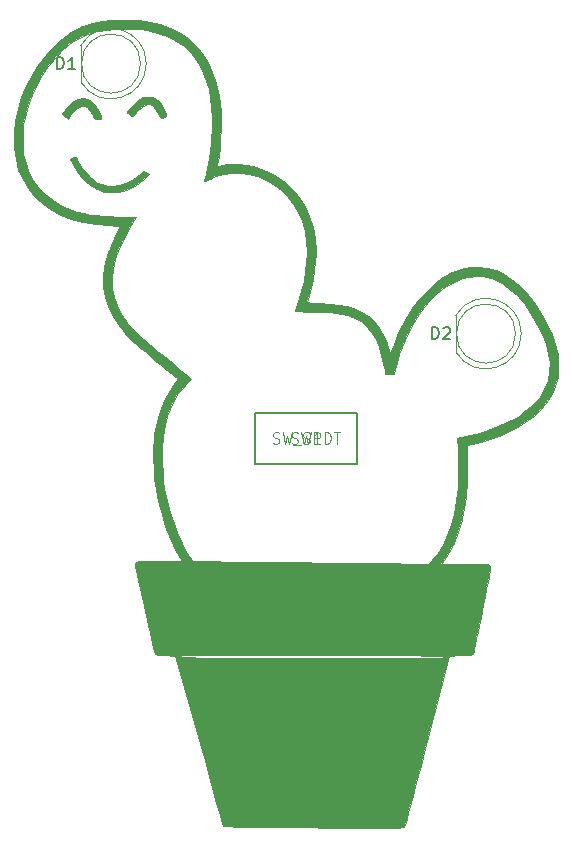
<source format=gto>
G04 #@! TF.GenerationSoftware,KiCad,Pcbnew,5.1.0-unknown-r15133-23086dec*
G04 #@! TF.CreationDate,2019-03-17T23:05:35-07:00*
G04 #@! TF.ProjectId,PricklyPear,50726963-6b6c-4795-9065-61722e6b6963,rev?*
G04 #@! TF.SameCoordinates,Original*
G04 #@! TF.FileFunction,Legend,Top*
G04 #@! TF.FilePolarity,Positive*
%FSLAX46Y46*%
G04 Gerber Fmt 4.6, Leading zero omitted, Abs format (unit mm)*
G04 Created by KiCad (PCBNEW 5.1.0-unknown-r15133-23086dec) date 2019-03-17 23:05:35*
%MOMM*%
%LPD*%
G04 APERTURE LIST*
%ADD10C,0.120000*%
%ADD11C,0.127000*%
%ADD12C,0.010000*%
%ADD13C,0.150000*%
%ADD14C,0.050000*%
G04 APERTURE END LIST*
D10*
X11372000Y65023538D02*
G75*
G03X5822000Y66568830I-2990000J462D01*
G01*
X11372000Y65024462D02*
G75*
G02X5822000Y63479170I-2990000J-462D01*
G01*
X10882000Y65024000D02*
G75*
G03X10882000Y65024000I-2500000J0D01*
G01*
X5822000Y66569000D02*
X5822000Y63479000D01*
X37572000Y43709000D02*
X37572000Y40619000D01*
X42632000Y42164000D02*
G75*
G03X42632000Y42164000I-2500000J0D01*
G01*
X43122000Y42164462D02*
G75*
G02X37572000Y40619170I-2990000J-462D01*
G01*
X43122000Y42163538D02*
G75*
G03X37572000Y43708830I-2990000J462D01*
G01*
D11*
X20592000Y35424000D02*
X29192000Y35424000D01*
X29192000Y35424000D02*
X29192000Y31124000D01*
X29192000Y31124000D02*
X20592000Y31124000D01*
X20592000Y31124000D02*
X20592000Y35424000D01*
D12*
G36*
X11850611Y62185645D02*
G01*
X12196803Y62022841D01*
X12503507Y61743126D01*
X12506350Y61739718D01*
X12632604Y61564263D01*
X12769992Y61336805D01*
X12900668Y61091948D01*
X13006784Y60864297D01*
X13070496Y60688454D01*
X13081000Y60625485D01*
X13023962Y60552143D01*
X12878674Y60490897D01*
X12683872Y60455681D01*
X12598672Y60452000D01*
X12528334Y60505225D01*
X12431942Y60643512D01*
X12347649Y60801989D01*
X12134069Y61178915D01*
X11907342Y61437007D01*
X11670691Y61573145D01*
X11528132Y61595000D01*
X11267076Y61536921D01*
X10983436Y61371007D01*
X10695271Y61109741D01*
X10513118Y60893419D01*
X10378142Y60728703D01*
X10266970Y60614874D01*
X10210597Y60579000D01*
X10122190Y60613738D01*
X9969442Y60703145D01*
X9789100Y60825015D01*
X9723159Y60873569D01*
X9739214Y60933876D01*
X9827836Y61060022D01*
X9969381Y61230517D01*
X10144205Y61423875D01*
X10332662Y61618606D01*
X10515108Y61793222D01*
X10671898Y61926236D01*
X10712717Y61956003D01*
X11094808Y62153886D01*
X11478693Y62229880D01*
X11850611Y62185645D01*
X11850611Y62185645D01*
G37*
X11850611Y62185645D02*
X12196803Y62022841D01*
X12503507Y61743126D01*
X12506350Y61739718D01*
X12632604Y61564263D01*
X12769992Y61336805D01*
X12900668Y61091948D01*
X13006784Y60864297D01*
X13070496Y60688454D01*
X13081000Y60625485D01*
X13023962Y60552143D01*
X12878674Y60490897D01*
X12683872Y60455681D01*
X12598672Y60452000D01*
X12528334Y60505225D01*
X12431942Y60643512D01*
X12347649Y60801989D01*
X12134069Y61178915D01*
X11907342Y61437007D01*
X11670691Y61573145D01*
X11528132Y61595000D01*
X11267076Y61536921D01*
X10983436Y61371007D01*
X10695271Y61109741D01*
X10513118Y60893419D01*
X10378142Y60728703D01*
X10266970Y60614874D01*
X10210597Y60579000D01*
X10122190Y60613738D01*
X9969442Y60703145D01*
X9789100Y60825015D01*
X9723159Y60873569D01*
X9739214Y60933876D01*
X9827836Y61060022D01*
X9969381Y61230517D01*
X10144205Y61423875D01*
X10332662Y61618606D01*
X10515108Y61793222D01*
X10671898Y61926236D01*
X10712717Y61956003D01*
X11094808Y62153886D01*
X11478693Y62229880D01*
X11850611Y62185645D01*
G36*
X6341294Y62051305D02*
G01*
X6675139Y61880460D01*
X6984940Y61586989D01*
X7052600Y61501700D01*
X7186333Y61302832D01*
X7319641Y61068572D01*
X7438783Y60828411D01*
X7530019Y60611837D01*
X7579607Y60448341D01*
X7578590Y60372871D01*
X7502624Y60343792D01*
X7346073Y60326806D01*
X7268862Y60325000D01*
X7111303Y60330220D01*
X7011625Y60363981D01*
X6934972Y60453442D01*
X6846485Y60625759D01*
X6825203Y60670646D01*
X6605804Y61052374D01*
X6367957Y61309503D01*
X6112213Y61441619D01*
X5839122Y61448306D01*
X5805425Y61440714D01*
X5684707Y61376063D01*
X5508208Y61241023D01*
X5303534Y61060998D01*
X5098288Y60861390D01*
X4920074Y60667602D01*
X4808124Y60522946D01*
X4706984Y60371642D01*
X4197776Y60746118D01*
X4468996Y61091184D01*
X4855526Y61522737D01*
X5240523Y61835241D01*
X5619484Y62027980D01*
X5987909Y62100240D01*
X6341294Y62051305D01*
X6341294Y62051305D01*
G37*
X6341294Y62051305D02*
X6675139Y61880460D01*
X6984940Y61586989D01*
X7052600Y61501700D01*
X7186333Y61302832D01*
X7319641Y61068572D01*
X7438783Y60828411D01*
X7530019Y60611837D01*
X7579607Y60448341D01*
X7578590Y60372871D01*
X7502624Y60343792D01*
X7346073Y60326806D01*
X7268862Y60325000D01*
X7111303Y60330220D01*
X7011625Y60363981D01*
X6934972Y60453442D01*
X6846485Y60625759D01*
X6825203Y60670646D01*
X6605804Y61052374D01*
X6367957Y61309503D01*
X6112213Y61441619D01*
X5839122Y61448306D01*
X5805425Y61440714D01*
X5684707Y61376063D01*
X5508208Y61241023D01*
X5303534Y61060998D01*
X5098288Y60861390D01*
X4920074Y60667602D01*
X4808124Y60522946D01*
X4706984Y60371642D01*
X4197776Y60746118D01*
X4468996Y61091184D01*
X4855526Y61522737D01*
X5240523Y61835241D01*
X5619484Y62027980D01*
X5987909Y62100240D01*
X6341294Y62051305D01*
G36*
X5361398Y57138717D02*
G01*
X5397899Y57078586D01*
X5483616Y56933381D01*
X5603985Y56727848D01*
X5688781Y56582433D01*
X5945788Y56193241D01*
X6253443Y55810191D01*
X6586969Y55458849D01*
X6921591Y55164780D01*
X7232533Y54953552D01*
X7302500Y54917245D01*
X7573316Y54807100D01*
X7880487Y54710825D01*
X8041716Y54672687D01*
X8532784Y54637874D01*
X9063250Y54713281D01*
X9618574Y54894153D01*
X10184212Y55175735D01*
X10745621Y55553272D01*
X10753685Y55559448D01*
X11188620Y55893203D01*
X11409438Y55775477D01*
X11630255Y55657750D01*
X11276365Y55327352D01*
X10785801Y54932751D01*
X10243340Y54607652D01*
X9670760Y54359130D01*
X9089841Y54194262D01*
X8522362Y54120123D01*
X7990104Y54143789D01*
X7769090Y54187924D01*
X7178094Y54402616D01*
X6623498Y54735929D01*
X6103938Y55189028D01*
X5618048Y55763077D01*
X5221555Y56361954D01*
X4886861Y56923639D01*
X5116422Y57041411D01*
X5262934Y57110345D01*
X5351603Y57140251D01*
X5361398Y57138717D01*
X5361398Y57138717D01*
G37*
X5361398Y57138717D02*
X5397899Y57078586D01*
X5483616Y56933381D01*
X5603985Y56727848D01*
X5688781Y56582433D01*
X5945788Y56193241D01*
X6253443Y55810191D01*
X6586969Y55458849D01*
X6921591Y55164780D01*
X7232533Y54953552D01*
X7302500Y54917245D01*
X7573316Y54807100D01*
X7880487Y54710825D01*
X8041716Y54672687D01*
X8532784Y54637874D01*
X9063250Y54713281D01*
X9618574Y54894153D01*
X10184212Y55175735D01*
X10745621Y55553272D01*
X10753685Y55559448D01*
X11188620Y55893203D01*
X11409438Y55775477D01*
X11630255Y55657750D01*
X11276365Y55327352D01*
X10785801Y54932751D01*
X10243340Y54607652D01*
X9670760Y54359130D01*
X9089841Y54194262D01*
X8522362Y54120123D01*
X7990104Y54143789D01*
X7769090Y54187924D01*
X7178094Y54402616D01*
X6623498Y54735929D01*
X6103938Y55189028D01*
X5618048Y55763077D01*
X5221555Y56361954D01*
X4886861Y56923639D01*
X5116422Y57041411D01*
X5262934Y57110345D01*
X5351603Y57140251D01*
X5361398Y57138717D01*
G36*
X10711055Y68688345D02*
G01*
X11670750Y68554848D01*
X12567821Y68342829D01*
X13387950Y68054956D01*
X14116821Y67693894D01*
X14119275Y67692459D01*
X14862127Y67190254D01*
X15516621Y66604133D01*
X16084433Y65931431D01*
X16567238Y65169480D01*
X16966715Y64315613D01*
X17284539Y63367162D01*
X17522386Y62321462D01*
X17533062Y62261750D01*
X17612042Y61675488D01*
X17662643Y60996036D01*
X17685586Y60253825D01*
X17681595Y59479288D01*
X17651392Y58702854D01*
X17595701Y57954955D01*
X17515244Y57266022D01*
X17410744Y56666486D01*
X17398855Y56611972D01*
X17366628Y56451611D01*
X17354175Y56356381D01*
X17355660Y56346673D01*
X17419193Y56352615D01*
X17574441Y56380421D01*
X17789176Y56424264D01*
X17812465Y56429259D01*
X18225117Y56488155D01*
X18718889Y56511544D01*
X19253523Y56501295D01*
X19788762Y56459273D01*
X20284350Y56387346D01*
X20669250Y56296788D01*
X21548632Y55971094D01*
X22356410Y55543979D01*
X23088192Y55021779D01*
X23739590Y54410827D01*
X24306214Y53717457D01*
X24783674Y52948004D01*
X25167580Y52108802D01*
X25453544Y51206186D01*
X25637176Y50246489D01*
X25714085Y49236046D01*
X25716260Y49013851D01*
X25688581Y48324803D01*
X25612186Y47580341D01*
X25493689Y46817793D01*
X25339710Y46074487D01*
X25156864Y45387749D01*
X24982056Y44872114D01*
X24993579Y44839656D01*
X25065615Y44813659D01*
X25212625Y44792433D01*
X25449073Y44774284D01*
X25789423Y44757524D01*
X26047909Y44747488D01*
X26913345Y44698432D01*
X27669417Y44615495D01*
X28330344Y44494067D01*
X28910343Y44329537D01*
X29423631Y44117297D01*
X29884427Y43852735D01*
X30306947Y43531241D01*
X30579179Y43278228D01*
X31010101Y42783856D01*
X31367811Y42227862D01*
X31664740Y41588539D01*
X31848862Y41061256D01*
X32023563Y40498261D01*
X32226680Y41061256D01*
X32706896Y42236316D01*
X33269987Y43333151D01*
X33910618Y44343030D01*
X34623451Y45257219D01*
X35115500Y45788461D01*
X35815982Y46424670D01*
X36534386Y46942548D01*
X37266065Y47341285D01*
X38006374Y47620073D01*
X38750668Y47778103D01*
X39494301Y47814566D01*
X40232626Y47728653D01*
X40961000Y47519557D01*
X41674776Y47186469D01*
X42003100Y46987367D01*
X42622792Y46521658D01*
X43232169Y45947336D01*
X43819153Y45282775D01*
X44371664Y44546350D01*
X44877623Y43756435D01*
X45324952Y42931406D01*
X45701572Y42089636D01*
X45995403Y41249500D01*
X46140716Y40693190D01*
X46201066Y40322561D01*
X46237558Y39884933D01*
X46250134Y39418707D01*
X46238737Y38962284D01*
X46203310Y38554064D01*
X46144394Y38234684D01*
X45896509Y37490998D01*
X45564906Y36816508D01*
X45137277Y36191832D01*
X44601312Y35597590D01*
X44278376Y35296535D01*
X43656097Y34808728D01*
X42924681Y34345500D01*
X42100911Y33914915D01*
X41201571Y33525041D01*
X40243445Y33183941D01*
X39342710Y32924799D01*
X38521547Y32714459D01*
X38512558Y30755855D01*
X38505578Y30015855D01*
X38490470Y29380370D01*
X38464975Y28827050D01*
X38426832Y28333544D01*
X38373782Y27877503D01*
X38303563Y27436577D01*
X38213915Y26988416D01*
X38102580Y26510669D01*
X38069990Y26379604D01*
X37772693Y25374956D01*
X37408412Y24455224D01*
X36981850Y23630969D01*
X36566067Y23002875D01*
X36317885Y22669500D01*
X38153505Y22669500D01*
X38634160Y22668115D01*
X39082105Y22664201D01*
X39479100Y22658123D01*
X39806905Y22650247D01*
X40047281Y22640936D01*
X40181989Y22630556D01*
X40193039Y22628718D01*
X40373663Y22549930D01*
X40461060Y22447237D01*
X40469883Y22388201D01*
X40464506Y22273629D01*
X40443527Y22095545D01*
X40405547Y21845974D01*
X40349167Y21516941D01*
X40272986Y21100473D01*
X40175605Y20588592D01*
X40055624Y19973326D01*
X39911643Y19246698D01*
X39810265Y18739547D01*
X39677438Y18081725D01*
X39549879Y17459424D01*
X39430068Y16884121D01*
X39320487Y16367295D01*
X39223616Y15920424D01*
X39141936Y15554988D01*
X39077928Y15282465D01*
X39034074Y15114333D01*
X39015728Y15063402D01*
X38967171Y15020153D01*
X38880904Y14987882D01*
X38737445Y14963979D01*
X38517313Y14945833D01*
X38201025Y14930833D01*
X37964481Y14922500D01*
X36992872Y14890750D01*
X35149311Y7707618D01*
X34909724Y6776094D01*
X34677740Y5878001D01*
X34455419Y5021109D01*
X34244819Y4213192D01*
X34048001Y3462021D01*
X33867023Y2775367D01*
X33703945Y2161005D01*
X33560826Y1626704D01*
X33439725Y1180238D01*
X33342702Y829379D01*
X33271816Y581899D01*
X33229127Y445570D01*
X33218599Y420993D01*
X33191848Y399686D01*
X33144026Y381593D01*
X33065725Y366505D01*
X32947534Y354213D01*
X32780041Y344510D01*
X32553837Y337186D01*
X32259511Y332033D01*
X31887652Y328843D01*
X31428850Y327407D01*
X30873694Y327516D01*
X30212774Y328963D01*
X29436679Y331537D01*
X29218099Y332354D01*
X28370318Y335946D01*
X27437780Y340558D01*
X26450239Y346005D01*
X25437447Y352098D01*
X24429158Y358651D01*
X23455126Y365476D01*
X22545102Y372387D01*
X21728841Y379197D01*
X21640766Y379979D01*
X20762096Y388832D01*
X20007342Y398602D01*
X19373424Y409375D01*
X18857261Y421234D01*
X18455773Y434264D01*
X18165878Y448549D01*
X17984495Y464174D01*
X17908545Y481223D01*
X17907229Y482337D01*
X17881330Y551341D01*
X17823370Y734975D01*
X17735559Y1025581D01*
X17620109Y1415502D01*
X17479230Y1897080D01*
X17315134Y2462656D01*
X17130031Y3104573D01*
X16926132Y3815173D01*
X16705648Y4586798D01*
X16470790Y5411790D01*
X16223769Y6282491D01*
X15966796Y7191243D01*
X15817275Y7721337D01*
X13805721Y14859353D01*
X14287500Y14859353D01*
X14289441Y14837164D01*
X14300529Y14817702D01*
X14328658Y14800760D01*
X14381721Y14786131D01*
X14467612Y14773609D01*
X14594225Y14762989D01*
X14769455Y14754062D01*
X15001195Y14746623D01*
X15297340Y14740466D01*
X15665783Y14735383D01*
X16114419Y14731170D01*
X16651141Y14727618D01*
X17283843Y14724521D01*
X18020420Y14721674D01*
X18868766Y14718870D01*
X19764375Y14716121D01*
X21491686Y14710868D01*
X23096486Y14705962D01*
X24583262Y14701421D01*
X25956503Y14697265D01*
X27220696Y14693511D01*
X28380330Y14690178D01*
X29439892Y14687285D01*
X30403871Y14684849D01*
X31276754Y14682890D01*
X32063029Y14681426D01*
X32767186Y14680476D01*
X33393710Y14680057D01*
X33947092Y14680188D01*
X34431817Y14680888D01*
X34852376Y14682176D01*
X35213255Y14684069D01*
X35518942Y14686586D01*
X35773927Y14689746D01*
X35982695Y14693567D01*
X36149737Y14698068D01*
X36279539Y14703267D01*
X36376589Y14709182D01*
X36445377Y14715832D01*
X36490388Y14723236D01*
X36516113Y14731411D01*
X36527038Y14740377D01*
X36527652Y14750152D01*
X36522443Y14760754D01*
X36515898Y14772202D01*
X36512506Y14784514D01*
X36512500Y14785042D01*
X36508358Y14805741D01*
X36490619Y14823952D01*
X36451315Y14839912D01*
X36382476Y14853857D01*
X36276133Y14866024D01*
X36124316Y14876650D01*
X35919057Y14885971D01*
X35652386Y14894224D01*
X35316334Y14901646D01*
X34902931Y14908474D01*
X34404210Y14914944D01*
X33812199Y14921293D01*
X33118930Y14927758D01*
X32316434Y14934576D01*
X31396742Y14941982D01*
X31168001Y14943792D01*
X30214910Y14950704D01*
X29159105Y14957264D01*
X28024871Y14963379D01*
X26836493Y14968958D01*
X25618256Y14973907D01*
X24394446Y14978135D01*
X23189349Y14981550D01*
X22027249Y14984059D01*
X20932432Y14985570D01*
X20055501Y14986000D01*
X19069444Y14985961D01*
X18202694Y14985728D01*
X17447559Y14985135D01*
X16796346Y14984011D01*
X16241364Y14982189D01*
X15774918Y14979498D01*
X15389317Y14975770D01*
X15076868Y14970837D01*
X14829878Y14964529D01*
X14640655Y14956678D01*
X14501506Y14947114D01*
X14404740Y14935668D01*
X14342662Y14922172D01*
X14307581Y14906457D01*
X14291804Y14888354D01*
X14287638Y14867694D01*
X14287500Y14859353D01*
X13805721Y14859353D01*
X13796873Y14890750D01*
X12997340Y14922500D01*
X12617150Y14943848D01*
X12336003Y14973146D01*
X12164720Y15009041D01*
X12120133Y15032196D01*
X12095019Y15104213D01*
X12045899Y15287149D01*
X11975748Y15567821D01*
X11887539Y15933046D01*
X11784244Y16369643D01*
X11668836Y16864428D01*
X11544289Y17404218D01*
X11413576Y17975832D01*
X11279669Y18566086D01*
X11145542Y19161798D01*
X11014168Y19749785D01*
X10888520Y20316865D01*
X10771571Y20849855D01*
X10666294Y21335572D01*
X10575663Y21760833D01*
X10502649Y22112457D01*
X10450228Y22377259D01*
X10421370Y22542059D01*
X10416614Y22585590D01*
X10418809Y22678005D01*
X10437776Y22751831D01*
X10486284Y22809155D01*
X10577101Y22852061D01*
X10722996Y22882633D01*
X10936736Y22902958D01*
X11231090Y22915120D01*
X11618827Y22921204D01*
X12112713Y22923295D01*
X12485884Y22923500D01*
X14358198Y22923500D01*
X14190282Y23193375D01*
X13983210Y23556115D01*
X13753399Y24009382D01*
X13514705Y24522090D01*
X13280983Y25063155D01*
X13066089Y25601488D01*
X12883876Y26106005D01*
X12859293Y26179655D01*
X12579043Y27104146D01*
X12352294Y28024745D01*
X12167011Y28993232D01*
X12088474Y29495750D01*
X12044087Y29888049D01*
X12009984Y30369633D01*
X11986427Y30911283D01*
X11973675Y31483781D01*
X11971988Y32057907D01*
X11981627Y32604441D01*
X12002851Y33094165D01*
X12035921Y33497858D01*
X12051737Y33623250D01*
X12245470Y34672156D01*
X12512033Y35631061D01*
X12849587Y36495249D01*
X13256293Y37260003D01*
X13723985Y37913017D01*
X13886032Y38116371D01*
X13971360Y38250465D01*
X13991376Y38337487D01*
X13968136Y38387996D01*
X13900641Y38450310D01*
X13747499Y38581139D01*
X13522047Y38769431D01*
X13237623Y39004129D01*
X12907563Y39274182D01*
X12545203Y39568533D01*
X12486712Y39615857D01*
X11860669Y40125055D01*
X11326182Y40566588D01*
X10873347Y40949179D01*
X10492264Y41281556D01*
X10173032Y41572442D01*
X9905747Y41830562D01*
X9680509Y42064642D01*
X9575616Y42181008D01*
X8958673Y42949545D01*
X8466638Y43715463D01*
X8097863Y44486768D01*
X7850702Y45271471D01*
X7723506Y46077580D01*
X7714630Y46913104D01*
X7822427Y47786052D01*
X8045248Y48704432D01*
X8159594Y49066565D01*
X8264878Y49364086D01*
X8387719Y49675079D01*
X8537505Y50020691D01*
X8723624Y50422070D01*
X8955464Y50900362D01*
X9129170Y51250588D01*
X9076426Y51266540D01*
X8918608Y51284782D01*
X8677574Y51303441D01*
X8375180Y51320642D01*
X8241154Y51326728D01*
X7079595Y51422847D01*
X5998334Y51608320D01*
X4999931Y51880975D01*
X4086945Y52238640D01*
X3261937Y52679141D01*
X2527467Y53200306D01*
X1886095Y53799962D01*
X1340379Y54475938D01*
X892882Y55226059D01*
X546162Y56048154D01*
X302779Y56940050D01*
X165293Y57899574D01*
X145209Y58197750D01*
X148258Y58610500D01*
X922097Y58610500D01*
X924730Y58163775D01*
X933003Y57816200D01*
X949211Y57539971D01*
X975651Y57307283D01*
X1014621Y57090331D01*
X1065696Y56872061D01*
X1337296Y56040333D01*
X1712897Y55280120D01*
X2189790Y54594080D01*
X2765262Y53984870D01*
X3436604Y53455148D01*
X4201105Y53007572D01*
X5056053Y52644798D01*
X5534929Y52490709D01*
X6058935Y52351018D01*
X6567890Y52243122D01*
X7088853Y52163852D01*
X7648883Y52110038D01*
X8275039Y52078513D01*
X8994379Y52066106D01*
X9164368Y52065630D01*
X10486487Y52064744D01*
X10309273Y51765747D01*
X9938744Y51129245D01*
X9634200Y50580178D01*
X9387443Y50102903D01*
X9190275Y49681773D01*
X9081901Y49423407D01*
X8761625Y48506588D01*
X8554383Y47641992D01*
X8460964Y46822428D01*
X8482157Y46040703D01*
X8618750Y45289628D01*
X8871532Y44562010D01*
X9241293Y43850659D01*
X9728820Y43148383D01*
X9776897Y43087392D01*
X10083433Y42733774D01*
X10482631Y42323967D01*
X10960639Y41870941D01*
X11503601Y41387667D01*
X12097664Y40887117D01*
X12320788Y40705654D01*
X12865531Y40266007D01*
X13321634Y39896105D01*
X13700014Y39586843D01*
X14011587Y39329116D01*
X14267269Y39113819D01*
X14477977Y38931845D01*
X14654628Y38774089D01*
X14808137Y38631446D01*
X14812790Y38627028D01*
X15179330Y38278808D01*
X14736672Y37868974D01*
X14363034Y37498181D01*
X14065608Y37138417D01*
X13808513Y36741753D01*
X13600813Y36351701D01*
X13352302Y35788097D01*
X13139692Y35162451D01*
X12954633Y34448646D01*
X12877917Y34090707D01*
X12831599Y33849728D01*
X12796121Y33627277D01*
X12770080Y33400842D01*
X12752073Y33147910D01*
X12740698Y32845968D01*
X12734551Y32472504D01*
X12732231Y32005006D01*
X12732062Y31750000D01*
X12736334Y31091497D01*
X12750971Y30529591D01*
X12779070Y30034089D01*
X12823730Y29574798D01*
X12888047Y29121524D01*
X12975120Y28644072D01*
X13088045Y28112249D01*
X13119659Y27971750D01*
X13295237Y27288952D01*
X13516910Y26571526D01*
X13774341Y25845021D01*
X14057196Y25134991D01*
X14355139Y24466986D01*
X14657835Y23866557D01*
X14954947Y23359256D01*
X15033256Y23241000D01*
X15271750Y22891750D01*
X17176750Y22873259D01*
X17485554Y22870165D01*
X17901761Y22865845D01*
X18415587Y22860408D01*
X19017251Y22853963D01*
X19696972Y22846619D01*
X20444967Y22838484D01*
X21251456Y22829669D01*
X22106656Y22820282D01*
X23000786Y22810432D01*
X23924063Y22800227D01*
X24866707Y22789778D01*
X25818936Y22779194D01*
X26770968Y22768582D01*
X27713021Y22758052D01*
X28635313Y22747714D01*
X29528064Y22737676D01*
X30381490Y22728047D01*
X31185812Y22718937D01*
X31931246Y22710453D01*
X32608011Y22702706D01*
X33206326Y22695805D01*
X33716408Y22689858D01*
X34128477Y22684974D01*
X34432749Y22681263D01*
X34614685Y22678899D01*
X35288621Y22669500D01*
X35570282Y22971125D01*
X36052910Y23570655D01*
X36485312Y24277312D01*
X36863251Y25079842D01*
X37182487Y25966992D01*
X37438781Y26927506D01*
X37627894Y27950131D01*
X37715000Y28665404D01*
X37737730Y28984512D01*
X37755213Y29402660D01*
X37767384Y29891995D01*
X37774176Y30424663D01*
X37775521Y30972811D01*
X37771353Y31508583D01*
X37761604Y32004127D01*
X37746209Y32431589D01*
X37725100Y32763114D01*
X37724846Y32766000D01*
X37704006Y33011278D01*
X37689323Y33201238D01*
X37683042Y33306061D01*
X37683343Y33317407D01*
X37743945Y33333964D01*
X37903280Y33369738D01*
X38135541Y33419088D01*
X38355072Y33464257D01*
X39589081Y33761559D01*
X40734452Y34133502D01*
X41782737Y34577280D01*
X41941750Y34655194D01*
X42810137Y35139820D01*
X43558267Y35665135D01*
X44186062Y36230779D01*
X44693448Y36836392D01*
X45080349Y37481615D01*
X45346690Y38166088D01*
X45492395Y38889449D01*
X45517389Y39651341D01*
X45421597Y40451402D01*
X45204942Y41289273D01*
X44867351Y42164593D01*
X44408746Y43077004D01*
X43887211Y43937655D01*
X43324376Y44723051D01*
X42731220Y45403374D01*
X42113146Y45974122D01*
X41475558Y46430793D01*
X40823859Y46768885D01*
X40259000Y46960662D01*
X39771999Y47039412D01*
X39224946Y47050424D01*
X38663314Y46996623D01*
X38132574Y46880937D01*
X37917102Y46809903D01*
X37215638Y46484583D01*
X36532090Y46042040D01*
X35872932Y45491534D01*
X35244637Y44842323D01*
X34653678Y44103670D01*
X34106527Y43284833D01*
X33609658Y42395072D01*
X33169543Y41443647D01*
X32792656Y40439818D01*
X32485470Y39392846D01*
X32361306Y38862000D01*
X32334167Y38774655D01*
X32279178Y38729645D01*
X32163928Y38716329D01*
X31956003Y38724062D01*
X31943390Y38724766D01*
X31730772Y38740708D01*
X31615600Y38767038D01*
X31568354Y38817107D01*
X31559500Y38898380D01*
X31543820Y39056909D01*
X31501202Y39308281D01*
X31438273Y39622858D01*
X31361665Y39970999D01*
X31278005Y40323065D01*
X31193923Y40649415D01*
X31116049Y40920412D01*
X31087615Y41008164D01*
X30793214Y41723198D01*
X30433255Y42330264D01*
X30008073Y42828937D01*
X29518002Y43218794D01*
X29210000Y43392040D01*
X28818703Y43563088D01*
X28402199Y43702812D01*
X27944245Y43813765D01*
X27428596Y43898501D01*
X26839010Y43959572D01*
X26159244Y43999532D01*
X25373054Y44020935D01*
X25194170Y44023297D01*
X24810763Y44029888D01*
X24474671Y44040110D01*
X24205038Y44053011D01*
X24021010Y44067640D01*
X23941730Y44083048D01*
X23940045Y44085556D01*
X23959468Y44160971D01*
X24012839Y44331468D01*
X24092151Y44572263D01*
X24189395Y44858570D01*
X24196075Y44877959D01*
X24478843Y45761766D01*
X24690314Y46576210D01*
X24836253Y47352872D01*
X24922427Y48123335D01*
X24954601Y48919181D01*
X24955125Y49035624D01*
X24909972Y49998744D01*
X24771647Y50886601D01*
X24537064Y51713457D01*
X24208585Y52482750D01*
X23801942Y53168885D01*
X23313081Y53786537D01*
X22754225Y54330880D01*
X22137597Y54797089D01*
X21475420Y55180340D01*
X20779915Y55475808D01*
X20063306Y55678667D01*
X19337815Y55784094D01*
X18615666Y55787262D01*
X17909079Y55683348D01*
X17230278Y55467526D01*
X16959998Y55344149D01*
X16733925Y55234385D01*
X16536334Y55144543D01*
X16408469Y55093341D01*
X16404943Y55092223D01*
X16268137Y55049794D01*
X16420300Y55639522D01*
X16705767Y56971172D01*
X16879877Y58328546D01*
X16944494Y59728956D01*
X16936681Y60438510D01*
X16888136Y61342886D01*
X16794772Y62150103D01*
X16651660Y62883577D01*
X16453869Y63566721D01*
X16196467Y64222950D01*
X16092171Y64448956D01*
X15659499Y65224035D01*
X15149855Y65900396D01*
X14560788Y66479834D01*
X13889847Y66964143D01*
X13134580Y67355117D01*
X12292537Y67654551D01*
X11446460Y67849413D01*
X10816608Y67934107D01*
X10112419Y67981227D01*
X9371298Y67991408D01*
X8630655Y67965288D01*
X7927896Y67903506D01*
X7300428Y67806699D01*
X7156040Y67776276D01*
X6397577Y67542597D01*
X5657301Y67191127D01*
X4942466Y66730603D01*
X4260325Y66169761D01*
X3618132Y65517339D01*
X3023141Y64782074D01*
X2482604Y63972703D01*
X2003775Y63097963D01*
X1593907Y62166591D01*
X1260255Y61187324D01*
X1068035Y60443010D01*
X1012556Y60176762D01*
X972752Y59930578D01*
X946220Y59674270D01*
X930554Y59377650D01*
X923350Y59010531D01*
X922097Y58610500D01*
X148258Y58610500D01*
X152492Y59183394D01*
X268428Y60182826D01*
X485934Y61183217D01*
X797928Y62171735D01*
X1197330Y63135548D01*
X1677057Y64061825D01*
X2230026Y64937734D01*
X2849158Y65750445D01*
X3527369Y66487126D01*
X4257577Y67134945D01*
X5032702Y67681072D01*
X5535576Y67964426D01*
X5957696Y68165873D01*
X6363774Y68326497D01*
X6780014Y68452540D01*
X7232616Y68550244D01*
X7747783Y68625853D01*
X8351716Y68685610D01*
X8661057Y68709108D01*
X9703051Y68740654D01*
X10711055Y68688345D01*
X10711055Y68688345D01*
G37*
X10711055Y68688345D02*
X11670750Y68554848D01*
X12567821Y68342829D01*
X13387950Y68054956D01*
X14116821Y67693894D01*
X14119275Y67692459D01*
X14862127Y67190254D01*
X15516621Y66604133D01*
X16084433Y65931431D01*
X16567238Y65169480D01*
X16966715Y64315613D01*
X17284539Y63367162D01*
X17522386Y62321462D01*
X17533062Y62261750D01*
X17612042Y61675488D01*
X17662643Y60996036D01*
X17685586Y60253825D01*
X17681595Y59479288D01*
X17651392Y58702854D01*
X17595701Y57954955D01*
X17515244Y57266022D01*
X17410744Y56666486D01*
X17398855Y56611972D01*
X17366628Y56451611D01*
X17354175Y56356381D01*
X17355660Y56346673D01*
X17419193Y56352615D01*
X17574441Y56380421D01*
X17789176Y56424264D01*
X17812465Y56429259D01*
X18225117Y56488155D01*
X18718889Y56511544D01*
X19253523Y56501295D01*
X19788762Y56459273D01*
X20284350Y56387346D01*
X20669250Y56296788D01*
X21548632Y55971094D01*
X22356410Y55543979D01*
X23088192Y55021779D01*
X23739590Y54410827D01*
X24306214Y53717457D01*
X24783674Y52948004D01*
X25167580Y52108802D01*
X25453544Y51206186D01*
X25637176Y50246489D01*
X25714085Y49236046D01*
X25716260Y49013851D01*
X25688581Y48324803D01*
X25612186Y47580341D01*
X25493689Y46817793D01*
X25339710Y46074487D01*
X25156864Y45387749D01*
X24982056Y44872114D01*
X24993579Y44839656D01*
X25065615Y44813659D01*
X25212625Y44792433D01*
X25449073Y44774284D01*
X25789423Y44757524D01*
X26047909Y44747488D01*
X26913345Y44698432D01*
X27669417Y44615495D01*
X28330344Y44494067D01*
X28910343Y44329537D01*
X29423631Y44117297D01*
X29884427Y43852735D01*
X30306947Y43531241D01*
X30579179Y43278228D01*
X31010101Y42783856D01*
X31367811Y42227862D01*
X31664740Y41588539D01*
X31848862Y41061256D01*
X32023563Y40498261D01*
X32226680Y41061256D01*
X32706896Y42236316D01*
X33269987Y43333151D01*
X33910618Y44343030D01*
X34623451Y45257219D01*
X35115500Y45788461D01*
X35815982Y46424670D01*
X36534386Y46942548D01*
X37266065Y47341285D01*
X38006374Y47620073D01*
X38750668Y47778103D01*
X39494301Y47814566D01*
X40232626Y47728653D01*
X40961000Y47519557D01*
X41674776Y47186469D01*
X42003100Y46987367D01*
X42622792Y46521658D01*
X43232169Y45947336D01*
X43819153Y45282775D01*
X44371664Y44546350D01*
X44877623Y43756435D01*
X45324952Y42931406D01*
X45701572Y42089636D01*
X45995403Y41249500D01*
X46140716Y40693190D01*
X46201066Y40322561D01*
X46237558Y39884933D01*
X46250134Y39418707D01*
X46238737Y38962284D01*
X46203310Y38554064D01*
X46144394Y38234684D01*
X45896509Y37490998D01*
X45564906Y36816508D01*
X45137277Y36191832D01*
X44601312Y35597590D01*
X44278376Y35296535D01*
X43656097Y34808728D01*
X42924681Y34345500D01*
X42100911Y33914915D01*
X41201571Y33525041D01*
X40243445Y33183941D01*
X39342710Y32924799D01*
X38521547Y32714459D01*
X38512558Y30755855D01*
X38505578Y30015855D01*
X38490470Y29380370D01*
X38464975Y28827050D01*
X38426832Y28333544D01*
X38373782Y27877503D01*
X38303563Y27436577D01*
X38213915Y26988416D01*
X38102580Y26510669D01*
X38069990Y26379604D01*
X37772693Y25374956D01*
X37408412Y24455224D01*
X36981850Y23630969D01*
X36566067Y23002875D01*
X36317885Y22669500D01*
X38153505Y22669500D01*
X38634160Y22668115D01*
X39082105Y22664201D01*
X39479100Y22658123D01*
X39806905Y22650247D01*
X40047281Y22640936D01*
X40181989Y22630556D01*
X40193039Y22628718D01*
X40373663Y22549930D01*
X40461060Y22447237D01*
X40469883Y22388201D01*
X40464506Y22273629D01*
X40443527Y22095545D01*
X40405547Y21845974D01*
X40349167Y21516941D01*
X40272986Y21100473D01*
X40175605Y20588592D01*
X40055624Y19973326D01*
X39911643Y19246698D01*
X39810265Y18739547D01*
X39677438Y18081725D01*
X39549879Y17459424D01*
X39430068Y16884121D01*
X39320487Y16367295D01*
X39223616Y15920424D01*
X39141936Y15554988D01*
X39077928Y15282465D01*
X39034074Y15114333D01*
X39015728Y15063402D01*
X38967171Y15020153D01*
X38880904Y14987882D01*
X38737445Y14963979D01*
X38517313Y14945833D01*
X38201025Y14930833D01*
X37964481Y14922500D01*
X36992872Y14890750D01*
X35149311Y7707618D01*
X34909724Y6776094D01*
X34677740Y5878001D01*
X34455419Y5021109D01*
X34244819Y4213192D01*
X34048001Y3462021D01*
X33867023Y2775367D01*
X33703945Y2161005D01*
X33560826Y1626704D01*
X33439725Y1180238D01*
X33342702Y829379D01*
X33271816Y581899D01*
X33229127Y445570D01*
X33218599Y420993D01*
X33191848Y399686D01*
X33144026Y381593D01*
X33065725Y366505D01*
X32947534Y354213D01*
X32780041Y344510D01*
X32553837Y337186D01*
X32259511Y332033D01*
X31887652Y328843D01*
X31428850Y327407D01*
X30873694Y327516D01*
X30212774Y328963D01*
X29436679Y331537D01*
X29218099Y332354D01*
X28370318Y335946D01*
X27437780Y340558D01*
X26450239Y346005D01*
X25437447Y352098D01*
X24429158Y358651D01*
X23455126Y365476D01*
X22545102Y372387D01*
X21728841Y379197D01*
X21640766Y379979D01*
X20762096Y388832D01*
X20007342Y398602D01*
X19373424Y409375D01*
X18857261Y421234D01*
X18455773Y434264D01*
X18165878Y448549D01*
X17984495Y464174D01*
X17908545Y481223D01*
X17907229Y482337D01*
X17881330Y551341D01*
X17823370Y734975D01*
X17735559Y1025581D01*
X17620109Y1415502D01*
X17479230Y1897080D01*
X17315134Y2462656D01*
X17130031Y3104573D01*
X16926132Y3815173D01*
X16705648Y4586798D01*
X16470790Y5411790D01*
X16223769Y6282491D01*
X15966796Y7191243D01*
X15817275Y7721337D01*
X13805721Y14859353D01*
X14287500Y14859353D01*
X14289441Y14837164D01*
X14300529Y14817702D01*
X14328658Y14800760D01*
X14381721Y14786131D01*
X14467612Y14773609D01*
X14594225Y14762989D01*
X14769455Y14754062D01*
X15001195Y14746623D01*
X15297340Y14740466D01*
X15665783Y14735383D01*
X16114419Y14731170D01*
X16651141Y14727618D01*
X17283843Y14724521D01*
X18020420Y14721674D01*
X18868766Y14718870D01*
X19764375Y14716121D01*
X21491686Y14710868D01*
X23096486Y14705962D01*
X24583262Y14701421D01*
X25956503Y14697265D01*
X27220696Y14693511D01*
X28380330Y14690178D01*
X29439892Y14687285D01*
X30403871Y14684849D01*
X31276754Y14682890D01*
X32063029Y14681426D01*
X32767186Y14680476D01*
X33393710Y14680057D01*
X33947092Y14680188D01*
X34431817Y14680888D01*
X34852376Y14682176D01*
X35213255Y14684069D01*
X35518942Y14686586D01*
X35773927Y14689746D01*
X35982695Y14693567D01*
X36149737Y14698068D01*
X36279539Y14703267D01*
X36376589Y14709182D01*
X36445377Y14715832D01*
X36490388Y14723236D01*
X36516113Y14731411D01*
X36527038Y14740377D01*
X36527652Y14750152D01*
X36522443Y14760754D01*
X36515898Y14772202D01*
X36512506Y14784514D01*
X36512500Y14785042D01*
X36508358Y14805741D01*
X36490619Y14823952D01*
X36451315Y14839912D01*
X36382476Y14853857D01*
X36276133Y14866024D01*
X36124316Y14876650D01*
X35919057Y14885971D01*
X35652386Y14894224D01*
X35316334Y14901646D01*
X34902931Y14908474D01*
X34404210Y14914944D01*
X33812199Y14921293D01*
X33118930Y14927758D01*
X32316434Y14934576D01*
X31396742Y14941982D01*
X31168001Y14943792D01*
X30214910Y14950704D01*
X29159105Y14957264D01*
X28024871Y14963379D01*
X26836493Y14968958D01*
X25618256Y14973907D01*
X24394446Y14978135D01*
X23189349Y14981550D01*
X22027249Y14984059D01*
X20932432Y14985570D01*
X20055501Y14986000D01*
X19069444Y14985961D01*
X18202694Y14985728D01*
X17447559Y14985135D01*
X16796346Y14984011D01*
X16241364Y14982189D01*
X15774918Y14979498D01*
X15389317Y14975770D01*
X15076868Y14970837D01*
X14829878Y14964529D01*
X14640655Y14956678D01*
X14501506Y14947114D01*
X14404740Y14935668D01*
X14342662Y14922172D01*
X14307581Y14906457D01*
X14291804Y14888354D01*
X14287638Y14867694D01*
X14287500Y14859353D01*
X13805721Y14859353D01*
X13796873Y14890750D01*
X12997340Y14922500D01*
X12617150Y14943848D01*
X12336003Y14973146D01*
X12164720Y15009041D01*
X12120133Y15032196D01*
X12095019Y15104213D01*
X12045899Y15287149D01*
X11975748Y15567821D01*
X11887539Y15933046D01*
X11784244Y16369643D01*
X11668836Y16864428D01*
X11544289Y17404218D01*
X11413576Y17975832D01*
X11279669Y18566086D01*
X11145542Y19161798D01*
X11014168Y19749785D01*
X10888520Y20316865D01*
X10771571Y20849855D01*
X10666294Y21335572D01*
X10575663Y21760833D01*
X10502649Y22112457D01*
X10450228Y22377259D01*
X10421370Y22542059D01*
X10416614Y22585590D01*
X10418809Y22678005D01*
X10437776Y22751831D01*
X10486284Y22809155D01*
X10577101Y22852061D01*
X10722996Y22882633D01*
X10936736Y22902958D01*
X11231090Y22915120D01*
X11618827Y22921204D01*
X12112713Y22923295D01*
X12485884Y22923500D01*
X14358198Y22923500D01*
X14190282Y23193375D01*
X13983210Y23556115D01*
X13753399Y24009382D01*
X13514705Y24522090D01*
X13280983Y25063155D01*
X13066089Y25601488D01*
X12883876Y26106005D01*
X12859293Y26179655D01*
X12579043Y27104146D01*
X12352294Y28024745D01*
X12167011Y28993232D01*
X12088474Y29495750D01*
X12044087Y29888049D01*
X12009984Y30369633D01*
X11986427Y30911283D01*
X11973675Y31483781D01*
X11971988Y32057907D01*
X11981627Y32604441D01*
X12002851Y33094165D01*
X12035921Y33497858D01*
X12051737Y33623250D01*
X12245470Y34672156D01*
X12512033Y35631061D01*
X12849587Y36495249D01*
X13256293Y37260003D01*
X13723985Y37913017D01*
X13886032Y38116371D01*
X13971360Y38250465D01*
X13991376Y38337487D01*
X13968136Y38387996D01*
X13900641Y38450310D01*
X13747499Y38581139D01*
X13522047Y38769431D01*
X13237623Y39004129D01*
X12907563Y39274182D01*
X12545203Y39568533D01*
X12486712Y39615857D01*
X11860669Y40125055D01*
X11326182Y40566588D01*
X10873347Y40949179D01*
X10492264Y41281556D01*
X10173032Y41572442D01*
X9905747Y41830562D01*
X9680509Y42064642D01*
X9575616Y42181008D01*
X8958673Y42949545D01*
X8466638Y43715463D01*
X8097863Y44486768D01*
X7850702Y45271471D01*
X7723506Y46077580D01*
X7714630Y46913104D01*
X7822427Y47786052D01*
X8045248Y48704432D01*
X8159594Y49066565D01*
X8264878Y49364086D01*
X8387719Y49675079D01*
X8537505Y50020691D01*
X8723624Y50422070D01*
X8955464Y50900362D01*
X9129170Y51250588D01*
X9076426Y51266540D01*
X8918608Y51284782D01*
X8677574Y51303441D01*
X8375180Y51320642D01*
X8241154Y51326728D01*
X7079595Y51422847D01*
X5998334Y51608320D01*
X4999931Y51880975D01*
X4086945Y52238640D01*
X3261937Y52679141D01*
X2527467Y53200306D01*
X1886095Y53799962D01*
X1340379Y54475938D01*
X892882Y55226059D01*
X546162Y56048154D01*
X302779Y56940050D01*
X165293Y57899574D01*
X145209Y58197750D01*
X148258Y58610500D01*
X922097Y58610500D01*
X924730Y58163775D01*
X933003Y57816200D01*
X949211Y57539971D01*
X975651Y57307283D01*
X1014621Y57090331D01*
X1065696Y56872061D01*
X1337296Y56040333D01*
X1712897Y55280120D01*
X2189790Y54594080D01*
X2765262Y53984870D01*
X3436604Y53455148D01*
X4201105Y53007572D01*
X5056053Y52644798D01*
X5534929Y52490709D01*
X6058935Y52351018D01*
X6567890Y52243122D01*
X7088853Y52163852D01*
X7648883Y52110038D01*
X8275039Y52078513D01*
X8994379Y52066106D01*
X9164368Y52065630D01*
X10486487Y52064744D01*
X10309273Y51765747D01*
X9938744Y51129245D01*
X9634200Y50580178D01*
X9387443Y50102903D01*
X9190275Y49681773D01*
X9081901Y49423407D01*
X8761625Y48506588D01*
X8554383Y47641992D01*
X8460964Y46822428D01*
X8482157Y46040703D01*
X8618750Y45289628D01*
X8871532Y44562010D01*
X9241293Y43850659D01*
X9728820Y43148383D01*
X9776897Y43087392D01*
X10083433Y42733774D01*
X10482631Y42323967D01*
X10960639Y41870941D01*
X11503601Y41387667D01*
X12097664Y40887117D01*
X12320788Y40705654D01*
X12865531Y40266007D01*
X13321634Y39896105D01*
X13700014Y39586843D01*
X14011587Y39329116D01*
X14267269Y39113819D01*
X14477977Y38931845D01*
X14654628Y38774089D01*
X14808137Y38631446D01*
X14812790Y38627028D01*
X15179330Y38278808D01*
X14736672Y37868974D01*
X14363034Y37498181D01*
X14065608Y37138417D01*
X13808513Y36741753D01*
X13600813Y36351701D01*
X13352302Y35788097D01*
X13139692Y35162451D01*
X12954633Y34448646D01*
X12877917Y34090707D01*
X12831599Y33849728D01*
X12796121Y33627277D01*
X12770080Y33400842D01*
X12752073Y33147910D01*
X12740698Y32845968D01*
X12734551Y32472504D01*
X12732231Y32005006D01*
X12732062Y31750000D01*
X12736334Y31091497D01*
X12750971Y30529591D01*
X12779070Y30034089D01*
X12823730Y29574798D01*
X12888047Y29121524D01*
X12975120Y28644072D01*
X13088045Y28112249D01*
X13119659Y27971750D01*
X13295237Y27288952D01*
X13516910Y26571526D01*
X13774341Y25845021D01*
X14057196Y25134991D01*
X14355139Y24466986D01*
X14657835Y23866557D01*
X14954947Y23359256D01*
X15033256Y23241000D01*
X15271750Y22891750D01*
X17176750Y22873259D01*
X17485554Y22870165D01*
X17901761Y22865845D01*
X18415587Y22860408D01*
X19017251Y22853963D01*
X19696972Y22846619D01*
X20444967Y22838484D01*
X21251456Y22829669D01*
X22106656Y22820282D01*
X23000786Y22810432D01*
X23924063Y22800227D01*
X24866707Y22789778D01*
X25818936Y22779194D01*
X26770968Y22768582D01*
X27713021Y22758052D01*
X28635313Y22747714D01*
X29528064Y22737676D01*
X30381490Y22728047D01*
X31185812Y22718937D01*
X31931246Y22710453D01*
X32608011Y22702706D01*
X33206326Y22695805D01*
X33716408Y22689858D01*
X34128477Y22684974D01*
X34432749Y22681263D01*
X34614685Y22678899D01*
X35288621Y22669500D01*
X35570282Y22971125D01*
X36052910Y23570655D01*
X36485312Y24277312D01*
X36863251Y25079842D01*
X37182487Y25966992D01*
X37438781Y26927506D01*
X37627894Y27950131D01*
X37715000Y28665404D01*
X37737730Y28984512D01*
X37755213Y29402660D01*
X37767384Y29891995D01*
X37774176Y30424663D01*
X37775521Y30972811D01*
X37771353Y31508583D01*
X37761604Y32004127D01*
X37746209Y32431589D01*
X37725100Y32763114D01*
X37724846Y32766000D01*
X37704006Y33011278D01*
X37689323Y33201238D01*
X37683042Y33306061D01*
X37683343Y33317407D01*
X37743945Y33333964D01*
X37903280Y33369738D01*
X38135541Y33419088D01*
X38355072Y33464257D01*
X39589081Y33761559D01*
X40734452Y34133502D01*
X41782737Y34577280D01*
X41941750Y34655194D01*
X42810137Y35139820D01*
X43558267Y35665135D01*
X44186062Y36230779D01*
X44693448Y36836392D01*
X45080349Y37481615D01*
X45346690Y38166088D01*
X45492395Y38889449D01*
X45517389Y39651341D01*
X45421597Y40451402D01*
X45204942Y41289273D01*
X44867351Y42164593D01*
X44408746Y43077004D01*
X43887211Y43937655D01*
X43324376Y44723051D01*
X42731220Y45403374D01*
X42113146Y45974122D01*
X41475558Y46430793D01*
X40823859Y46768885D01*
X40259000Y46960662D01*
X39771999Y47039412D01*
X39224946Y47050424D01*
X38663314Y46996623D01*
X38132574Y46880937D01*
X37917102Y46809903D01*
X37215638Y46484583D01*
X36532090Y46042040D01*
X35872932Y45491534D01*
X35244637Y44842323D01*
X34653678Y44103670D01*
X34106527Y43284833D01*
X33609658Y42395072D01*
X33169543Y41443647D01*
X32792656Y40439818D01*
X32485470Y39392846D01*
X32361306Y38862000D01*
X32334167Y38774655D01*
X32279178Y38729645D01*
X32163928Y38716329D01*
X31956003Y38724062D01*
X31943390Y38724766D01*
X31730772Y38740708D01*
X31615600Y38767038D01*
X31568354Y38817107D01*
X31559500Y38898380D01*
X31543820Y39056909D01*
X31501202Y39308281D01*
X31438273Y39622858D01*
X31361665Y39970999D01*
X31278005Y40323065D01*
X31193923Y40649415D01*
X31116049Y40920412D01*
X31087615Y41008164D01*
X30793214Y41723198D01*
X30433255Y42330264D01*
X30008073Y42828937D01*
X29518002Y43218794D01*
X29210000Y43392040D01*
X28818703Y43563088D01*
X28402199Y43702812D01*
X27944245Y43813765D01*
X27428596Y43898501D01*
X26839010Y43959572D01*
X26159244Y43999532D01*
X25373054Y44020935D01*
X25194170Y44023297D01*
X24810763Y44029888D01*
X24474671Y44040110D01*
X24205038Y44053011D01*
X24021010Y44067640D01*
X23941730Y44083048D01*
X23940045Y44085556D01*
X23959468Y44160971D01*
X24012839Y44331468D01*
X24092151Y44572263D01*
X24189395Y44858570D01*
X24196075Y44877959D01*
X24478843Y45761766D01*
X24690314Y46576210D01*
X24836253Y47352872D01*
X24922427Y48123335D01*
X24954601Y48919181D01*
X24955125Y49035624D01*
X24909972Y49998744D01*
X24771647Y50886601D01*
X24537064Y51713457D01*
X24208585Y52482750D01*
X23801942Y53168885D01*
X23313081Y53786537D01*
X22754225Y54330880D01*
X22137597Y54797089D01*
X21475420Y55180340D01*
X20779915Y55475808D01*
X20063306Y55678667D01*
X19337815Y55784094D01*
X18615666Y55787262D01*
X17909079Y55683348D01*
X17230278Y55467526D01*
X16959998Y55344149D01*
X16733925Y55234385D01*
X16536334Y55144543D01*
X16408469Y55093341D01*
X16404943Y55092223D01*
X16268137Y55049794D01*
X16420300Y55639522D01*
X16705767Y56971172D01*
X16879877Y58328546D01*
X16944494Y59728956D01*
X16936681Y60438510D01*
X16888136Y61342886D01*
X16794772Y62150103D01*
X16651660Y62883577D01*
X16453869Y63566721D01*
X16196467Y64222950D01*
X16092171Y64448956D01*
X15659499Y65224035D01*
X15149855Y65900396D01*
X14560788Y66479834D01*
X13889847Y66964143D01*
X13134580Y67355117D01*
X12292537Y67654551D01*
X11446460Y67849413D01*
X10816608Y67934107D01*
X10112419Y67981227D01*
X9371298Y67991408D01*
X8630655Y67965288D01*
X7927896Y67903506D01*
X7300428Y67806699D01*
X7156040Y67776276D01*
X6397577Y67542597D01*
X5657301Y67191127D01*
X4942466Y66730603D01*
X4260325Y66169761D01*
X3618132Y65517339D01*
X3023141Y64782074D01*
X2482604Y63972703D01*
X2003775Y63097963D01*
X1593907Y62166591D01*
X1260255Y61187324D01*
X1068035Y60443010D01*
X1012556Y60176762D01*
X972752Y59930578D01*
X946220Y59674270D01*
X930554Y59377650D01*
X923350Y59010531D01*
X922097Y58610500D01*
X148258Y58610500D01*
X152492Y59183394D01*
X268428Y60182826D01*
X485934Y61183217D01*
X797928Y62171735D01*
X1197330Y63135548D01*
X1677057Y64061825D01*
X2230026Y64937734D01*
X2849158Y65750445D01*
X3527369Y66487126D01*
X4257577Y67134945D01*
X5032702Y67681072D01*
X5535576Y67964426D01*
X5957696Y68165873D01*
X6363774Y68326497D01*
X6780014Y68452540D01*
X7232616Y68550244D01*
X7747783Y68625853D01*
X8351716Y68685610D01*
X8661057Y68709108D01*
X9703051Y68740654D01*
X10711055Y68688345D01*
D13*
X3833904Y64571619D02*
X3833904Y65571619D01*
X4072000Y65571619D01*
X4214857Y65524000D01*
X4310095Y65428761D01*
X4357714Y65333523D01*
X4405333Y65143047D01*
X4405333Y65000190D01*
X4357714Y64809714D01*
X4310095Y64714476D01*
X4214857Y64619238D01*
X4072000Y64571619D01*
X3833904Y64571619D01*
X5357714Y64571619D02*
X4786285Y64571619D01*
X5072000Y64571619D02*
X5072000Y65571619D01*
X4976761Y65428761D01*
X4881523Y65333523D01*
X4786285Y65285904D01*
X35583904Y41711619D02*
X35583904Y42711619D01*
X35822000Y42711619D01*
X35964857Y42664000D01*
X36060095Y42568761D01*
X36107714Y42473523D01*
X36155333Y42283047D01*
X36155333Y42140190D01*
X36107714Y41949714D01*
X36060095Y41854476D01*
X35964857Y41759238D01*
X35822000Y41711619D01*
X35583904Y41711619D01*
X36536285Y42616380D02*
X36583904Y42664000D01*
X36679142Y42711619D01*
X36917238Y42711619D01*
X37012476Y42664000D01*
X37060095Y42616380D01*
X37107714Y42521142D01*
X37107714Y42425904D01*
X37060095Y42283047D01*
X36488666Y41711619D01*
X37107714Y41711619D01*
D14*
X23692000Y32869238D02*
X23820571Y32821619D01*
X24034857Y32821619D01*
X24120571Y32869238D01*
X24163428Y32916857D01*
X24206285Y33012095D01*
X24206285Y33107333D01*
X24163428Y33202571D01*
X24120571Y33250190D01*
X24034857Y33297809D01*
X23863428Y33345428D01*
X23777714Y33393047D01*
X23734857Y33440666D01*
X23692000Y33535904D01*
X23692000Y33631142D01*
X23734857Y33726380D01*
X23777714Y33774000D01*
X23863428Y33821619D01*
X24077714Y33821619D01*
X24206285Y33774000D01*
X24506285Y33821619D02*
X24720571Y32821619D01*
X24892000Y33535904D01*
X25063428Y32821619D01*
X25277714Y33821619D01*
X26092000Y32821619D02*
X25577714Y32821619D01*
X25834857Y32821619D02*
X25834857Y33821619D01*
X25749142Y33678761D01*
X25663428Y33583523D01*
X25577714Y33535904D01*
X22106285Y32869238D02*
X22234857Y32821619D01*
X22449142Y32821619D01*
X22534857Y32869238D01*
X22577714Y32916857D01*
X22620571Y33012095D01*
X22620571Y33107333D01*
X22577714Y33202571D01*
X22534857Y33250190D01*
X22449142Y33297809D01*
X22277714Y33345428D01*
X22192000Y33393047D01*
X22149142Y33440666D01*
X22106285Y33535904D01*
X22106285Y33631142D01*
X22149142Y33726380D01*
X22192000Y33774000D01*
X22277714Y33821619D01*
X22492000Y33821619D01*
X22620571Y33774000D01*
X22920571Y33821619D02*
X23134857Y32821619D01*
X23306285Y33535904D01*
X23477714Y32821619D01*
X23692000Y33821619D01*
X23820571Y32726380D02*
X24506285Y32726380D01*
X24677714Y32869238D02*
X24806285Y32821619D01*
X25020571Y32821619D01*
X25106285Y32869238D01*
X25149142Y32916857D01*
X25192000Y33012095D01*
X25192000Y33107333D01*
X25149142Y33202571D01*
X25106285Y33250190D01*
X25020571Y33297809D01*
X24849142Y33345428D01*
X24763428Y33393047D01*
X24720571Y33440666D01*
X24677714Y33535904D01*
X24677714Y33631142D01*
X24720571Y33726380D01*
X24763428Y33774000D01*
X24849142Y33821619D01*
X25063428Y33821619D01*
X25192000Y33774000D01*
X25577714Y32821619D02*
X25577714Y33821619D01*
X25920571Y33821619D01*
X26006285Y33774000D01*
X26049142Y33726380D01*
X26092000Y33631142D01*
X26092000Y33488285D01*
X26049142Y33393047D01*
X26006285Y33345428D01*
X25920571Y33297809D01*
X25577714Y33297809D01*
X26477714Y32821619D02*
X26477714Y33821619D01*
X26692000Y33821619D01*
X26820571Y33774000D01*
X26906285Y33678761D01*
X26949142Y33583523D01*
X26992000Y33393047D01*
X26992000Y33250190D01*
X26949142Y33059714D01*
X26906285Y32964476D01*
X26820571Y32869238D01*
X26692000Y32821619D01*
X26477714Y32821619D01*
X27249142Y33821619D02*
X27763428Y33821619D01*
X27506285Y32821619D02*
X27506285Y33821619D01*
M02*

</source>
